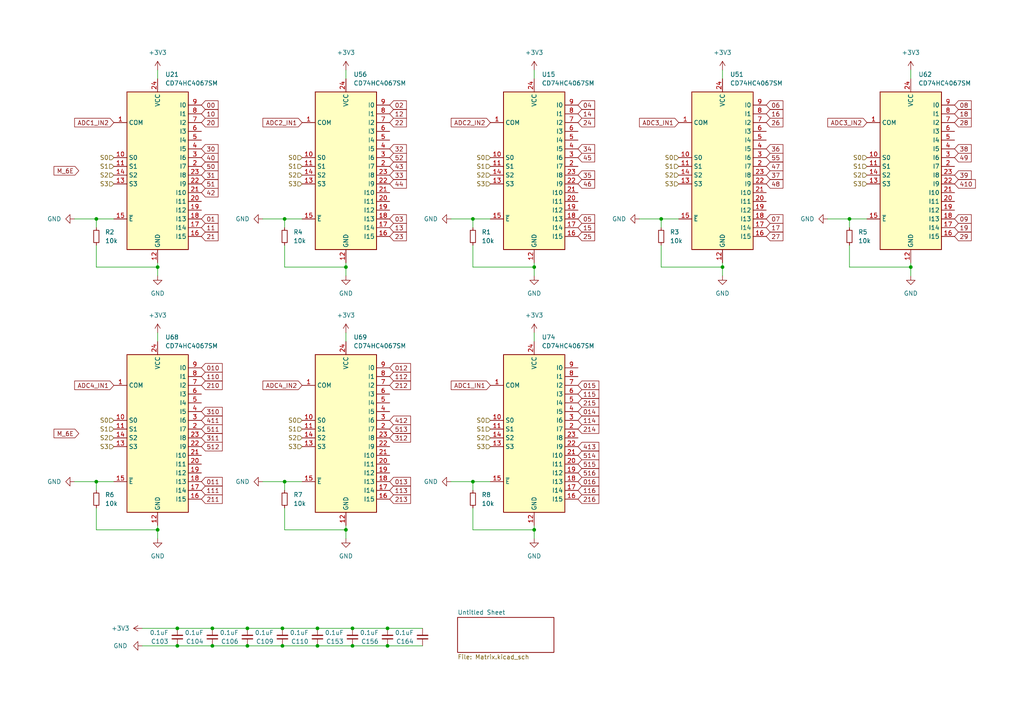
<source format=kicad_sch>
(kicad_sch (version 20231120) (generator "eeschema") (generator_version "8.0")
  (paper "A4")
  (lib_symbols
    (symbol "74xx:CD74HC4067SM"
      (property "Reference" "U" (at -8.89 22.86 0))
      (property "Value" "CD74HC4067SM" (at 1.27 22.86 0))
      (symbol "CD74HC4067SM_0_1"
        (rectangle (start -8.89 21.59) (end 8.89 -24.13) (stroke (width 0.254)) (fill (type background)))
      )
      (symbol "CD74HC4067SM_1_1"
        (pin passive line (at -12.7 12.7 0) (length 3.81) (name "COM") (number "1"))
        (pin input line (at -12.7 2.54 0) (length 3.81) (name "S0") (number "10"))
        (pin input line (at -12.7 0 0) (length 3.81) (name "S1") (number "11"))
        (pin power_in line (at 0 -27.94 90) (length 3.81) (name "GND") (number "12"))
        (pin input line (at -12.7 -5.08 0) (length 3.81) (name "S3") (number "13"))
        (pin input line (at -12.7 -2.54 0) (length 3.81) (name "S2") (number "14"))
        (pin input line (at -12.7 -15.24 0) (length 3.81) (name "~{E}") (number "15"))
        (pin passive line (at 12.7 -20.32 180) (length 3.81) (name "I15") (number "16"))
        (pin passive line (at 12.7 -17.78 180) (length 3.81) (name "I14") (number "17"))
        (pin passive line (at 12.7 -15.24 180) (length 3.81) (name "I13") (number "18"))
        (pin passive line (at 12.7 -12.7 180) (length 3.81) (name "I12") (number "19"))
        (pin passive line (at 12.7 0 180) (length 3.81) (name "I7") (number "2"))
        (pin passive line (at 12.7 -10.16 180) (length 3.81) (name "I11") (number "20"))
        (pin passive line (at 12.7 -7.62 180) (length 3.81) (name "I10") (number "21"))
        (pin passive line (at 12.7 -5.08 180) (length 3.81) (name "I9") (number "22"))
        (pin passive line (at 12.7 -2.54 180) (length 3.81) (name "I8") (number "23"))
        (pin power_in line (at 0 25.4 270) (length 3.81) (name "VCC") (number "24"))
        (pin passive line (at 12.7 2.54 180) (length 3.81) (name "I6") (number "3"))
        (pin passive line (at 12.7 5.08 180) (length 3.81) (name "I5") (number "4"))
        (pin passive line (at 12.7 7.62 180) (length 3.81) (name "I4") (number "5"))
        (pin passive line (at 12.7 10.16 180) (length 3.81) (name "I3") (number "6"))
        (pin passive line (at 12.7 12.7 180) (length 3.81) (name "I2") (number "7"))
        (pin passive line (at 12.7 15.24 180) (length 3.81) (name "I1") (number "8"))
        (pin passive line (at 12.7 17.78 180) (length 3.81) (name "I0") (number "9"))
      )
    )
    (symbol "Device:C_Small" (pin_numbers hide) (pin_names (offset 0.254) hide)
      (property "Reference" "C" (at 0.254 1.778 0))
      (property "Value" "C_Small" (at 0.254 -2.032 0))
      (symbol "C_Small_0_1"
        (polyline (pts (xy -1.524 -0.508) (xy 1.524 -0.508)) (stroke (width 0.3302)))
        (polyline (pts (xy -1.524 0.508) (xy 1.524 0.508)) (stroke (width 0.3048)))
      )
      (symbol "C_Small_1_1"
        (pin passive line (at 0 2.54 270) (length 2.032) (name "~") (number "1"))
        (pin passive line (at 0 -2.54 90) (length 2.032) (name "~") (number "2"))
      )
    )
    (symbol "Device:R_Small" (pin_numbers hide) (pin_names (offset 0.254) hide)
      (property "Reference" "R" (at 0.762 0.508 0))
      (property "Value" "R_Small" (at 0.762 -1.016 0))
      (symbol "R_Small_0_1"
        (rectangle (start -0.762 1.778) (end 0.762 -1.778) (stroke (width 0.2032)))
      )
      (symbol "R_Small_1_1"
        (pin passive line (at 0 2.54 270) (length 0.762) (name "~") (number "1"))
        (pin passive line (at 0 -2.54 90) (length 0.762) (name "~") (number "2"))
      )
    )
    (symbol "power:+3.3V" (power) (pin_names (offset 0))
      (property "Value" "+3.3V" (at 0 3.556 0))
      (symbol "+3.3V_0_1"
        (polyline (pts (xy -0.762 1.27) (xy 0 2.54)))
        (polyline (pts (xy 0 0) (xy 0 2.54)))
        (polyline (pts (xy 0 2.54) (xy 0.762 1.27)))
      )
      (symbol "+3.3V_1_1"
        (pin power_in line (at 0 0 90) (length 0) hide (name "+3V3") (number "1"))
      )
    )
    (symbol "power:+3V3" (power) (pin_names (offset 0))
      (property "Value" "+3V3" (at 0 3.556 0))
      (symbol "+3V3_0_1"
        (polyline (pts (xy -0.762 1.27) (xy 0 2.54)))
        (polyline (pts (xy 0 0) (xy 0 2.54)))
        (polyline (pts (xy 0 2.54) (xy 0.762 1.27)))
      )
      (symbol "+3V3_1_1"
        (pin power_in line (at 0 0 90) (length 0) hide (name "+3V3") (number "1"))
      )
    )
    (symbol "power:GND" (power) (pin_names (offset 0))
      (property "Value" "GND" (at 0 -3.81 0))
      (symbol "GND_0_1"
        (polyline (pts (xy 0 0) (xy 0 -1.27) (xy 1.27 -1.27) (xy 0 -2.54) (xy -1.27 -1.27) (xy 0 -1.27)))
      )
      (symbol "GND_1_1"
        (pin power_in line (at 0 0 270) (length 0) hide (name "GND") (number "1"))
      )
    )
  )
  (junction (at 264.16 77.47))
  (junction (at 154.94 153.67))
  (junction (at 81.915 182.245))
  (junction (at 92.075 187.325))
  (junction (at 27.94 63.5))
  (junction (at 209.55 77.47))
  (junction (at 82.55 63.5))
  (junction (at 82.55 139.7))
  (junction (at 112.395 182.245))
  (junction (at 71.755 182.245))
  (junction (at 137.16 139.7))
  (junction (at 61.595 187.325))
  (junction (at 100.33 153.67))
  (junction (at 246.38 63.5))
  (junction (at 81.915 187.325))
  (junction (at 45.72 77.47))
  (junction (at 154.94 77.47))
  (junction (at 112.395 187.325))
  (junction (at 27.94 139.7))
  (junction (at 61.595 182.245))
  (junction (at 102.235 187.325))
  (junction (at 191.77 63.5))
  (junction (at 51.435 182.245))
  (junction (at 45.72 153.67))
  (junction (at 51.435 187.325))
  (junction (at 71.755 187.325))
  (junction (at 102.235 182.245))
  (junction (at 137.16 63.5))
  (junction (at 92.075 182.245))
  (junction (at 100.33 77.47))
  (wire (pts (xy 100.33 153.67) (xy 100.33 156.21)))
  (wire (pts (xy 81.915 187.325) (xy 92.075 187.325)))
  (wire (pts (xy 137.16 139.7) (xy 137.16 142.24)))
  (wire (pts (xy 27.94 71.12) (xy 27.94 77.47)))
  (wire (pts (xy 45.72 153.67) (xy 45.72 156.21)))
  (wire (pts (xy 51.435 182.245) (xy 61.595 182.245)))
  (wire (pts (xy 61.595 182.245) (xy 71.755 182.245)))
  (wire (pts (xy 82.55 63.5) (xy 82.55 66.04)))
  (wire (pts (xy 137.16 63.5) (xy 142.24 63.5)))
  (wire (pts (xy 100.33 77.47) (xy 100.33 76.2)))
  (wire (pts (xy 27.94 139.7) (xy 33.02 139.7)))
  (wire (pts (xy 45.72 77.47) (xy 45.72 80.01)))
  (wire (pts (xy 191.77 63.5) (xy 191.77 66.04)))
  (wire (pts (xy 100.33 77.47) (xy 100.33 80.01)))
  (wire (pts (xy 27.94 147.32) (xy 27.94 153.67)))
  (wire (pts (xy 191.77 77.47) (xy 209.55 77.47)))
  (wire (pts (xy 264.16 77.47) (xy 264.16 80.01)))
  (wire (pts (xy 92.075 187.325) (xy 102.235 187.325)))
  (wire (pts (xy 82.55 147.32) (xy 82.55 153.67)))
  (wire (pts (xy 130.81 63.5) (xy 137.16 63.5)))
  (wire (pts (xy 246.38 63.5) (xy 251.46 63.5)))
  (wire (pts (xy 100.33 153.67) (xy 100.33 152.4)))
  (wire (pts (xy 27.94 139.7) (xy 27.94 142.24)))
  (wire (pts (xy 240.03 63.5) (xy 246.38 63.5)))
  (wire (pts (xy 264.16 20.32) (xy 264.16 22.86)))
  (wire (pts (xy 82.55 63.5) (xy 87.63 63.5)))
  (wire (pts (xy 51.435 187.325) (xy 61.595 187.325)))
  (wire (pts (xy 41.275 182.245) (xy 51.435 182.245)))
  (wire (pts (xy 137.16 153.67) (xy 154.94 153.67)))
  (wire (pts (xy 21.59 139.7) (xy 27.94 139.7)))
  (wire (pts (xy 61.595 187.325) (xy 71.755 187.325)))
  (wire (pts (xy 209.55 77.47) (xy 209.55 80.01)))
  (wire (pts (xy 71.755 182.245) (xy 81.915 182.245)))
  (wire (pts (xy 246.38 77.47) (xy 264.16 77.47)))
  (wire (pts (xy 137.16 63.5) (xy 137.16 66.04)))
  (wire (pts (xy 27.94 63.5) (xy 27.94 66.04)))
  (wire (pts (xy 137.16 147.32) (xy 137.16 153.67)))
  (wire (pts (xy 154.94 153.67) (xy 154.94 152.4)))
  (wire (pts (xy 82.55 153.67) (xy 100.33 153.67)))
  (wire (pts (xy 154.94 77.47) (xy 154.94 76.2)))
  (wire (pts (xy 45.72 153.67) (xy 45.72 152.4)))
  (wire (pts (xy 45.72 96.52) (xy 45.72 99.06)))
  (wire (pts (xy 209.55 77.47) (xy 209.55 76.2)))
  (wire (pts (xy 82.55 139.7) (xy 82.55 142.24)))
  (wire (pts (xy 154.94 20.32) (xy 154.94 22.86)))
  (wire (pts (xy 82.55 71.12) (xy 82.55 77.47)))
  (wire (pts (xy 137.16 139.7) (xy 142.24 139.7)))
  (wire (pts (xy 76.2 139.7) (xy 82.55 139.7)))
  (wire (pts (xy 82.55 77.47) (xy 100.33 77.47)))
  (wire (pts (xy 209.55 20.32) (xy 209.55 22.86)))
  (wire (pts (xy 45.72 77.47) (xy 45.72 76.2)))
  (wire (pts (xy 154.94 153.67) (xy 154.94 156.21)))
  (wire (pts (xy 27.94 153.67) (xy 45.72 153.67)))
  (wire (pts (xy 21.59 63.5) (xy 27.94 63.5)))
  (wire (pts (xy 100.33 20.32) (xy 100.33 22.86)))
  (wire (pts (xy 246.38 71.12) (xy 246.38 77.47)))
  (wire (pts (xy 154.94 96.52) (xy 154.94 99.06)))
  (wire (pts (xy 45.72 20.32) (xy 45.72 22.86)))
  (wire (pts (xy 27.94 77.47) (xy 45.72 77.47)))
  (wire (pts (xy 92.075 182.245) (xy 102.235 182.245)))
  (wire (pts (xy 41.275 187.325) (xy 51.435 187.325)))
  (wire (pts (xy 130.81 139.7) (xy 137.16 139.7)))
  (wire (pts (xy 191.77 63.5) (xy 196.85 63.5)))
  (wire (pts (xy 27.94 63.5) (xy 33.02 63.5)))
  (wire (pts (xy 112.395 182.245) (xy 122.555 182.245)))
  (wire (pts (xy 81.915 182.245) (xy 92.075 182.245)))
  (wire (pts (xy 112.395 187.325) (xy 122.555 187.325)))
  (wire (pts (xy 185.42 63.5) (xy 191.77 63.5)))
  (wire (pts (xy 154.94 77.47) (xy 154.94 80.01)))
  (wire (pts (xy 76.2 63.5) (xy 82.55 63.5)))
  (wire (pts (xy 191.77 71.12) (xy 191.77 77.47)))
  (wire (pts (xy 102.235 182.245) (xy 112.395 182.245)))
  (wire (pts (xy 137.16 71.12) (xy 137.16 77.47)))
  (wire (pts (xy 82.55 139.7) (xy 87.63 139.7)))
  (wire (pts (xy 100.33 96.52) (xy 100.33 99.06)))
  (wire (pts (xy 264.16 77.47) (xy 264.16 76.2)))
  (wire (pts (xy 246.38 63.5) (xy 246.38 66.04)))
  (wire (pts (xy 137.16 77.47) (xy 154.94 77.47)))
  (wire (pts (xy 71.755 187.325) (xy 81.915 187.325)))
  (wire (pts (xy 102.235 187.325) (xy 112.395 187.325)))
  (global_label "44" (shape input) (at 113.03 53.34 0) (property "Intersheetrefs" "${INTERSHEET_REFS}" (effects (hide yes))))
  (global_label "013" (shape input) (at 113.03 139.7 0) (property "Intersheetrefs" "${INTERSHEET_REFS}" (effects (hide yes))))
  (global_label "ADC3_IN1" (shape input) (at 196.85 35.56 180) (property "Intersheetrefs" "${INTERSHEET_REFS}" (effects (hide yes))))
  (global_label "07" (shape input) (at 222.25 63.5 0) (property "Intersheetrefs" "${INTERSHEET_REFS}" (effects (hide yes))))
  (global_label "311" (shape input) (at 58.42 127 0) (property "Intersheetrefs" "${INTERSHEET_REFS}" (effects (hide yes))))
  (global_label "312" (shape input) (at 113.03 127 0) (property "Intersheetrefs" "${INTERSHEET_REFS}" (effects (hide yes))))
  (global_label "210" (shape input) (at 58.42 111.76 0) (property "Intersheetrefs" "${INTERSHEET_REFS}" (effects (hide yes))))
  (global_label "47" (shape input) (at 222.25 48.26 0) (property "Intersheetrefs" "${INTERSHEET_REFS}" (effects (hide yes))))
  (global_label "24" (shape input) (at 167.64 35.56 0) (property "Intersheetrefs" "${INTERSHEET_REFS}" (effects (hide yes))))
  (global_label "011" (shape input) (at 58.42 139.7 0) (property "Intersheetrefs" "${INTERSHEET_REFS}" (effects (hide yes))))
  (global_label "46" (shape input) (at 167.64 53.34 0) (property "Intersheetrefs" "${INTERSHEET_REFS}" (effects (hide yes))))
  (global_label "35" (shape input) (at 167.64 50.8 0) (property "Intersheetrefs" "${INTERSHEET_REFS}" (effects (hide yes))))
  (global_label "M_6E" (shape input) (at 22.86 49.53 180) (property "Intersheetrefs" "${INTERSHEET_REFS}" (effects (hide yes))))
  (global_label "55" (shape input) (at 222.25 45.72 0) (property "Intersheetrefs" "${INTERSHEET_REFS}" (effects (hide yes))))
  (global_label "25" (shape input) (at 167.64 68.58 0) (property "Intersheetrefs" "${INTERSHEET_REFS}" (effects (hide yes))))
  (global_label "15" (shape input) (at 167.64 66.04 0) (property "Intersheetrefs" "${INTERSHEET_REFS}" (effects (hide yes))))
  (global_label "27" (shape input) (at 222.25 68.58 0) (property "Intersheetrefs" "${INTERSHEET_REFS}" (effects (hide yes))))
  (global_label "40" (shape input) (at 58.42 45.72 0) (property "Intersheetrefs" "${INTERSHEET_REFS}" (effects (hide yes))))
  (global_label "10" (shape input) (at 58.42 33.02 0) (property "Intersheetrefs" "${INTERSHEET_REFS}" (effects (hide yes))))
  (global_label "112" (shape input) (at 113.03 109.22 0) (property "Intersheetrefs" "${INTERSHEET_REFS}" (effects (hide yes))))
  (global_label "34" (shape input) (at 167.64 43.18 0) (property "Intersheetrefs" "${INTERSHEET_REFS}" (effects (hide yes))))
  (global_label "08" (shape input) (at 276.86 30.48 0) (property "Intersheetrefs" "${INTERSHEET_REFS}" (effects (hide yes))))
  (global_label "010" (shape input) (at 58.42 106.68 0) (property "Intersheetrefs" "${INTERSHEET_REFS}" (effects (hide yes))))
  (global_label "03" (shape input) (at 113.03 63.5 0) (property "Intersheetrefs" "${INTERSHEET_REFS}" (effects (hide yes))))
  (global_label "014" (shape input) (at 167.64 119.38 0) (property "Intersheetrefs" "${INTERSHEET_REFS}" (effects (hide yes))))
  (global_label "11" (shape input) (at 58.42 66.04 0) (property "Intersheetrefs" "${INTERSHEET_REFS}" (effects (hide yes))))
  (global_label "36" (shape input) (at 222.25 43.18 0) (property "Intersheetrefs" "${INTERSHEET_REFS}" (effects (hide yes))))
  (global_label "49" (shape input) (at 276.86 45.72 0) (property "Intersheetrefs" "${INTERSHEET_REFS}" (effects (hide yes))))
  (global_label "37" (shape input) (at 222.25 50.8 0) (property "Intersheetrefs" "${INTERSHEET_REFS}" (effects (hide yes))))
  (global_label "12" (shape input) (at 113.03 33.02 0) (property "Intersheetrefs" "${INTERSHEET_REFS}" (effects (hide yes))))
  (global_label "42" (shape input) (at 58.42 55.88 0) (property "Intersheetrefs" "${INTERSHEET_REFS}" (effects (hide yes))))
  (global_label "ADC4_IN2" (shape input) (at 87.63 111.76 180) (property "Intersheetrefs" "${INTERSHEET_REFS}" (effects (hide yes))))
  (global_label "00" (shape input) (at 58.42 30.48 0) (property "Intersheetrefs" "${INTERSHEET_REFS}" (effects (hide yes))))
  (global_label "02" (shape input) (at 113.03 30.48 0) (property "Intersheetrefs" "${INTERSHEET_REFS}" (effects (hide yes))))
  (global_label "ADC1_IN2" (shape input) (at 33.02 35.56 180) (property "Intersheetrefs" "${INTERSHEET_REFS}" (effects (hide yes))))
  (global_label "38" (shape input) (at 276.86 43.18 0) (property "Intersheetrefs" "${INTERSHEET_REFS}" (effects (hide yes))))
  (global_label "16" (shape input) (at 222.25 33.02 0) (property "Intersheetrefs" "${INTERSHEET_REFS}" (effects (hide yes))))
  (global_label "513" (shape input) (at 113.03 124.46 0) (property "Intersheetrefs" "${INTERSHEET_REFS}" (effects (hide yes))))
  (global_label "52" (shape input) (at 113.03 45.72 0) (property "Intersheetrefs" "${INTERSHEET_REFS}" (effects (hide yes))))
  (global_label "ADC2_IN2" (shape input) (at 142.24 35.56 180) (property "Intersheetrefs" "${INTERSHEET_REFS}" (effects (hide yes))))
  (global_label "50" (shape input) (at 58.42 48.26 0) (property "Intersheetrefs" "${INTERSHEET_REFS}" (effects (hide yes))))
  (global_label "28" (shape input) (at 276.86 35.56 0) (property "Intersheetrefs" "${INTERSHEET_REFS}" (effects (hide yes))))
  (global_label "31" (shape input) (at 58.42 50.8 0) (property "Intersheetrefs" "${INTERSHEET_REFS}" (effects (hide yes))))
  (global_label "411" (shape input) (at 58.42 121.92 0) (property "Intersheetrefs" "${INTERSHEET_REFS}" (effects (hide yes))))
  (global_label "516" (shape input) (at 167.64 137.16 0) (property "Intersheetrefs" "${INTERSHEET_REFS}" (effects (hide yes))))
  (global_label "09" (shape input) (at 276.86 63.5 0) (property "Intersheetrefs" "${INTERSHEET_REFS}" (effects (hide yes))))
  (global_label "213" (shape input) (at 113.03 144.78 0) (property "Intersheetrefs" "${INTERSHEET_REFS}" (effects (hide yes))))
  (global_label "48" (shape input) (at 222.25 53.34 0) (property "Intersheetrefs" "${INTERSHEET_REFS}" (effects (hide yes))))
  (global_label "ADC4_IN1" (shape input) (at 33.02 111.76 180) (property "Intersheetrefs" "${INTERSHEET_REFS}" (effects (hide yes))))
  (global_label "14" (shape input) (at 167.64 33.02 0) (property "Intersheetrefs" "${INTERSHEET_REFS}" (effects (hide yes))))
  (global_label "17" (shape input) (at 222.25 66.04 0) (property "Intersheetrefs" "${INTERSHEET_REFS}" (effects (hide yes))))
  (global_label "214" (shape input) (at 167.64 124.46 0) (property "Intersheetrefs" "${INTERSHEET_REFS}" (effects (hide yes))))
  (global_label "215" (shape input) (at 167.64 116.84 0) (property "Intersheetrefs" "${INTERSHEET_REFS}" (effects (hide yes))))
  (global_label "412" (shape input) (at 113.03 121.92 0) (property "Intersheetrefs" "${INTERSHEET_REFS}" (effects (hide yes))))
  (global_label "ADC1_IN1" (shape input) (at 142.24 111.76 180) (property "Intersheetrefs" "${INTERSHEET_REFS}" (effects (hide yes))))
  (global_label "06" (shape input) (at 222.25 30.48 0) (property "Intersheetrefs" "${INTERSHEET_REFS}" (effects (hide yes))))
  (global_label "413" (shape input) (at 167.64 129.54 0) (property "Intersheetrefs" "${INTERSHEET_REFS}" (effects (hide yes))))
  (global_label "43" (shape input) (at 113.03 48.26 0) (property "Intersheetrefs" "${INTERSHEET_REFS}" (effects (hide yes))))
  (global_label "45" (shape input) (at 167.64 45.72 0) (property "Intersheetrefs" "${INTERSHEET_REFS}" (effects (hide yes))))
  (global_label "29" (shape input) (at 276.86 68.58 0) (property "Intersheetrefs" "${INTERSHEET_REFS}" (effects (hide yes))))
  (global_label "M_6E" (shape input) (at 22.86 125.73 180) (property "Intersheetrefs" "${INTERSHEET_REFS}" (effects (hide yes))))
  (global_label "515" (shape input) (at 167.64 134.62 0) (property "Intersheetrefs" "${INTERSHEET_REFS}" (effects (hide yes))))
  (global_label "016" (shape input) (at 167.64 139.7 0) (property "Intersheetrefs" "${INTERSHEET_REFS}" (effects (hide yes))))
  (global_label "511" (shape input) (at 58.42 124.46 0) (property "Intersheetrefs" "${INTERSHEET_REFS}" (effects (hide yes))))
  (global_label "20" (shape input) (at 58.42 35.56 0) (property "Intersheetrefs" "${INTERSHEET_REFS}" (effects (hide yes))))
  (global_label "21" (shape input) (at 58.42 68.58 0) (property "Intersheetrefs" "${INTERSHEET_REFS}" (effects (hide yes))))
  (global_label "05" (shape input) (at 167.64 63.5 0) (property "Intersheetrefs" "${INTERSHEET_REFS}" (effects (hide yes))))
  (global_label "212" (shape input) (at 113.03 111.76 0) (property "Intersheetrefs" "${INTERSHEET_REFS}" (effects (hide yes))))
  (global_label "33" (shape input) (at 113.03 50.8 0) (property "Intersheetrefs" "${INTERSHEET_REFS}" (effects (hide yes))))
  (global_label "111" (shape input) (at 58.42 142.24 0) (property "Intersheetrefs" "${INTERSHEET_REFS}" (effects (hide yes))))
  (global_label "216" (shape input) (at 167.64 144.78 0) (property "Intersheetrefs" "${INTERSHEET_REFS}" (effects (hide yes))))
  (global_label "39" (shape input) (at 276.86 50.8 0) (property "Intersheetrefs" "${INTERSHEET_REFS}" (effects (hide yes))))
  (global_label "30" (shape input) (at 58.42 43.18 0) (property "Intersheetrefs" "${INTERSHEET_REFS}" (effects (hide yes))))
  (global_label "012" (shape input) (at 113.03 106.68 0) (property "Intersheetrefs" "${INTERSHEET_REFS}" (effects (hide yes))))
  (global_label "51" (shape input) (at 58.42 53.34 0) (property "Intersheetrefs" "${INTERSHEET_REFS}" (effects (hide yes))))
  (global_label "26" (shape input) (at 222.25 35.56 0) (property "Intersheetrefs" "${INTERSHEET_REFS}" (effects (hide yes))))
  (global_label "18" (shape input) (at 276.86 33.02 0) (property "Intersheetrefs" "${INTERSHEET_REFS}" (effects (hide yes))))
  (global_label "514" (shape input) (at 167.64 132.08 0) (property "Intersheetrefs" "${INTERSHEET_REFS}" (effects (hide yes))))
  (global_label "ADC2_IN1" (shape input) (at 87.63 35.56 180) (property "Intersheetrefs" "${INTERSHEET_REFS}" (effects (hide yes))))
  (global_label "410" (shape input) (at 276.86 53.34 0) (property "Intersheetrefs" "${INTERSHEET_REFS}" (effects (hide yes))))
  (global_label "04" (shape input) (at 167.64 30.48 0) (property "Intersheetrefs" "${INTERSHEET_REFS}" (effects (hide yes))))
  (global_label "32" (shape input) (at 113.03 43.18 0) (property "Intersheetrefs" "${INTERSHEET_REFS}" (effects (hide yes))))
  (global_label "23" (shape input) (at 113.03 68.58 0) (property "Intersheetrefs" "${INTERSHEET_REFS}" (effects (hide yes))))
  (global_label "310" (shape input) (at 58.42 119.38 0) (property "Intersheetrefs" "${INTERSHEET_REFS}" (effects (hide yes))))
  (global_label "015" (shape input) (at 167.64 111.76 0) (property "Intersheetrefs" "${INTERSHEET_REFS}" (effects (hide yes))))
  (global_label "22" (shape input) (at 113.03 35.56 0) (property "Intersheetrefs" "${INTERSHEET_REFS}" (effects (hide yes))))
  (global_label "115" (shape input) (at 167.64 114.3 0) (property "Intersheetrefs" "${INTERSHEET_REFS}" (effects (hide yes))))
  (global_label "116" (shape input) (at 167.64 142.24 0) (property "Intersheetrefs" "${INTERSHEET_REFS}" (effects (hide yes))))
  (global_label "512" (shape input) (at 58.42 129.54 0) (property "Intersheetrefs" "${INTERSHEET_REFS}" (effects (hide yes))))
  (global_label "19" (shape input) (at 276.86 66.04 0) (property "Intersheetrefs" "${INTERSHEET_REFS}" (effects (hide yes))))
  (global_label "211" (shape input) (at 58.42 144.78 0) (property "Intersheetrefs" "${INTERSHEET_REFS}" (effects (hide yes))))
  (global_label "113" (shape input) (at 113.03 142.24 0) (property "Intersheetrefs" "${INTERSHEET_REFS}" (effects (hide yes))))
  (global_label "ADC3_IN2" (shape input) (at 251.46 35.56 180) (property "Intersheetrefs" "${INTERSHEET_REFS}" (effects (hide yes))))
  (global_label "110" (shape input) (at 58.42 109.22 0) (property "Intersheetrefs" "${INTERSHEET_REFS}" (effects (hide yes))))
  (global_label "01" (shape input) (at 58.42 63.5 0) (property "Intersheetrefs" "${INTERSHEET_REFS}" (effects (hide yes))))
  (global_label "13" (shape input) (at 113.03 66.04 0) (property "Intersheetrefs" "${INTERSHEET_REFS}" (effects (hide yes))))
  (global_label "114" (shape input) (at 167.64 121.92 0) (property "Intersheetrefs" "${INTERSHEET_REFS}" (effects (hide yes))))
  (hierarchical_label "S2" (shape input) (at 33.02 50.8 180))
  (hierarchical_label "S3" (shape input) (at 33.02 129.54 180))
  (hierarchical_label "S3" (shape input) (at 33.02 53.34 180))
  (hierarchical_label "S0" (shape input) (at 33.02 45.72 180))
  (hierarchical_label "S2" (shape input) (at 87.63 50.8 180))
  (hierarchical_label "S1" (shape input) (at 196.85 48.26 180))
  (hierarchical_label "S0" (shape input) (at 196.85 45.72 180))
  (hierarchical_label "S1" (shape input) (at 142.24 48.26 180))
  (hierarchical_label "S3" (shape input) (at 142.24 53.34 180))
  (hierarchical_label "S1" (shape input) (at 33.02 48.26 180))
  (hierarchical_label "S1" (shape input) (at 87.63 48.26 180))
  (hierarchical_label "S2" (shape input) (at 142.24 50.8 180))
  (hierarchical_label "S0" (shape input) (at 142.24 121.92 180))
  (hierarchical_label "S1" (shape input) (at 142.24 124.46 180))
  (hierarchical_label "S0" (shape input) (at 33.02 121.92 180))
  (hierarchical_label "S2" (shape input) (at 87.63 127 180))
  (hierarchical_label "S0" (shape input) (at 87.63 121.92 180))
  (hierarchical_label "S2" (shape input) (at 142.24 127 180))
  (hierarchical_label "S1" (shape input) (at 251.46 48.26 180))
  (hierarchical_label "S1" (shape input) (at 33.02 124.46 180))
  (hierarchical_label "S0" (shape input) (at 251.46 45.72 180))
  (hierarchical_label "S3" (shape input) (at 142.24 129.54 180))
  (hierarchical_label "S2" (shape input) (at 33.02 127 180))
  (hierarchical_label "S0" (shape input) (at 142.24 45.72 180))
  (hierarchical_label "S0" (shape input) (at 87.63 45.72 180))
  (hierarchical_label "S3" (shape input) (at 196.85 53.34 180))
  (hierarchical_label "S3" (shape input) (at 87.63 53.34 180))
  (hierarchical_label "S1" (shape input) (at 87.63 124.46 180))
  (hierarchical_label "S2" (shape input) (at 251.46 50.8 180))
  (hierarchical_label "S3" (shape input) (at 251.46 53.34 180))
  (hierarchical_label "S2" (shape input) (at 196.85 50.8 180))
  (hierarchical_label "S3" (shape input) (at 87.63 129.54 180))
  (symbol (lib_id "power:GND") (at 41.275 187.325 270) (unit 1)
    (property "Reference" "#PWR0132" (effects (hide yes)))
    (property "Value" "GND" (at 34.925 187.325 90))
  )
  (symbol (lib_id "power:+3.3V") (at 264.16 20.32 0) (unit 1)
    (property "Reference" "#PWR0286" (effects (hide yes)))
    (property "Value" "+3V3" (at 264.16 15.24 0))
  )
  (symbol (lib_id "power:GND") (at 21.59 139.7 270) (unit 1)
    (property "Reference" "#PWR0292" (effects (hide yes)))
    (property "Value" "GND" (at 17.78 139.7 90) (effects (justify right)))
  )
  (symbol (lib_id "Device:C_Small") (at 122.555 184.785 180) (unit 1)
    (property "Reference" "C164" (at 120.015 186.0488 0) (effects (justify left)))
    (property "Value" "0.1uF" (at 120.015 183.5088 0) (effects (justify left)))
    (property "Footprint" "Common_Footprint:C_0402" (effects (hide yes)))
  )
  (symbol (lib_id "74xx:CD74HC4067SM") (at 100.33 48.26 0) (unit 1)
    (property "Reference" "U56" (at 102.5241 21.59 0) (effects (justify left)))
    (property "Value" "CD74HC4067SM" (at 102.5241 24.13 0) (effects (justify left)))
    (property "Footprint" "Package_SO:TSSOP-24_4.4x7.8mm_P0.65mm" (effects (hide yes)))
    (property "Datasheet" "http://www.ti.com/lit/ds/symlink/cd74hc4067.pdf" (effects (hide yes)))
  )
  (symbol (lib_id "power:GND") (at 100.33 156.21 0) (unit 1)
    (property "Reference" "#PWR0299" (effects (hide yes)))
    (property "Value" "GND" (at 100.33 161.29 0))
  )
  (symbol (lib_id "74xx:CD74HC4067SM") (at 154.94 48.26 0) (unit 1)
    (property "Reference" "U15" (at 157.1341 21.59 0) (effects (justify left)))
    (property "Value" "CD74HC4067SM" (at 157.1341 24.13 0) (effects (justify left)))
    (property "Footprint" "Package_SO:TSSOP-24_4.4x7.8mm_P0.65mm" (effects (hide yes)))
    (property "Datasheet" "http://www.ti.com/lit/ds/symlink/cd74hc4067.pdf" (effects (hide yes)))
  )
  (symbol (lib_id "Device:R_Small") (at 82.55 68.58 0) (unit 1)
    (property "Reference" "R4" (at 85.09 67.31 0) (effects (justify left)))
    (property "Value" "10k" (at 85.09 69.85 0) (effects (justify left)))
    (property "Footprint" "sanproject-keyboard-part:R_0402" (effects (hide yes)))
  )
  (symbol (lib_id "power:GND") (at 209.55 80.01 0) (unit 1)
    (property "Reference" "#PWR0279" (effects (hide yes)))
    (property "Value" "GND" (at 209.55 85.09 0))
  )
  (symbol (lib_id "power:+3.3V") (at 100.33 20.32 0) (unit 1)
    (property "Reference" "#PWR0282" (effects (hide yes)))
    (property "Value" "+3V3" (at 100.33 15.24 0))
  )
  (symbol (lib_id "Device:R_Small") (at 246.38 68.58 0) (unit 1)
    (property "Reference" "R5" (at 248.92 67.31 0) (effects (justify left)))
    (property "Value" "10k" (at 248.92 69.85 0) (effects (justify left)))
    (property "Footprint" "sanproject-keyboard-part:R_0402" (effects (hide yes)))
  )
  (symbol (lib_id "Device:C_Small") (at 102.235 184.785 180) (unit 1)
    (property "Reference" "C153" (at 99.695 186.0488 0) (effects (justify left)))
    (property "Value" "0.1uF" (at 99.695 183.5088 0) (effects (justify left)))
    (property "Footprint" "Common_Footprint:C_0402" (effects (hide yes)))
  )
  (symbol (lib_id "74xx:CD74HC4067SM") (at 209.55 48.26 0) (unit 1)
    (property "Reference" "U51" (at 211.7441 21.59 0) (effects (justify left)))
    (property "Value" "CD74HC4067SM" (at 211.7441 24.13 0) (effects (justify left)))
    (property "Footprint" "Package_SO:TSSOP-24_4.4x7.8mm_P0.65mm" (effects (hide yes)))
    (property "Datasheet" "http://www.ti.com/lit/ds/symlink/cd74hc4067.pdf" (effects (hide yes)))
  )
  (symbol (lib_id "power:+3V3") (at 41.275 182.245 90) (unit 1)
    (property "Reference" "#PWR073" (effects (hide yes)))
    (property "Value" "+3V3" (at 34.925 182.245 90))
  )
  (symbol (lib_id "power:+3.3V") (at 45.72 20.32 0) (unit 1)
    (property "Reference" "#PWR0275" (effects (hide yes)))
    (property "Value" "+3V3" (at 45.72 15.24 0))
  )
  (symbol (lib_id "power:GND") (at 240.03 63.5 270) (unit 1)
    (property "Reference" "#PWR0281" (effects (hide yes)))
    (property "Value" "GND" (at 236.22 63.5 90) (effects (justify right)))
  )
  (symbol (lib_id "power:GND") (at 45.72 156.21 0) (unit 1)
    (property "Reference" "#PWR0296" (effects (hide yes)))
    (property "Value" "GND" (at 45.72 161.29 0))
  )
  (symbol (lib_id "power:+3.3V") (at 154.94 20.32 0) (unit 1)
    (property "Reference" "#PWR0187" (effects (hide yes)))
    (property "Value" "+3V3" (at 154.94 15.24 0))
  )
  (symbol (lib_id "Device:C_Small") (at 81.915 184.785 180) (unit 1)
    (property "Reference" "C109" (at 79.375 186.0488 0) (effects (justify left)))
    (property "Value" "0.1uF" (at 79.375 183.5088 0) (effects (justify left)))
    (property "Footprint" "Common_Footprint:C_0402" (effects (hide yes)))
  )
  (symbol (lib_id "power:GND") (at 154.94 80.01 0) (unit 1)
    (property "Reference" "#PWR0210" (effects (hide yes)))
    (property "Value" "GND" (at 154.94 85.09 0))
  )
  (symbol (lib_id "74xx:CD74HC4067SM") (at 264.16 48.26 0) (unit 1)
    (property "Reference" "U62" (at 266.3541 21.59 0) (effects (justify left)))
    (property "Value" "CD74HC4067SM" (at 266.3541 24.13 0) (effects (justify left)))
    (property "Footprint" "Package_SO:TSSOP-24_4.4x7.8mm_P0.65mm" (effects (hide yes)))
    (property "Datasheet" "http://www.ti.com/lit/ds/symlink/cd74hc4067.pdf" (effects (hide yes)))
  )
  (symbol (lib_id "power:GND") (at 76.2 63.5 270) (unit 1)
    (property "Reference" "#PWR0280" (effects (hide yes)))
    (property "Value" "GND" (at 72.39 63.5 90) (effects (justify right)))
  )
  (symbol (lib_id "Device:R_Small") (at 191.77 68.58 0) (unit 1)
    (property "Reference" "R3" (at 194.31 67.31 0) (effects (justify left)))
    (property "Value" "10k" (at 194.31 69.85 0) (effects (justify left)))
    (property "Footprint" "sanproject-keyboard-part:R_0402" (effects (hide yes)))
  )
  (symbol (lib_id "Device:R_Small") (at 137.16 144.78 0) (unit 1)
    (property "Reference" "R8" (at 139.7 143.51 0) (effects (justify left)))
    (property "Value" "10k" (at 139.7 146.05 0) (effects (justify left)))
    (property "Footprint" "sanproject-keyboard-part:R_0402" (effects (hide yes)))
  )
  (symbol (lib_id "power:GND") (at 100.33 80.01 0) (unit 1)
    (property "Reference" "#PWR0283" (effects (hide yes)))
    (property "Value" "GND" (at 100.33 85.09 0))
  )
  (symbol (lib_id "74xx:CD74HC4067SM") (at 45.72 124.46 0) (unit 1)
    (property "Reference" "U68" (at 47.9141 97.79 0) (effects (justify left)))
    (property "Value" "CD74HC4067SM" (at 47.9141 100.33 0) (effects (justify left)))
    (property "Footprint" "Package_SO:TSSOP-24_4.4x7.8mm_P0.65mm" (effects (hide yes)))
    (property "Datasheet" "http://www.ti.com/lit/ds/symlink/cd74hc4067.pdf" (effects (hide yes)))
  )
  (symbol (lib_id "74xx:CD74HC4067SM") (at 154.94 124.46 0) (unit 1)
    (property "Reference" "U74" (at 157.1341 97.79 0) (effects (justify left)))
    (property "Value" "CD74HC4067SM" (at 157.1341 100.33 0) (effects (justify left)))
    (property "Footprint" "Package_SO:TSSOP-24_4.4x7.8mm_P0.65mm" (effects (hide yes)))
    (property "Datasheet" "http://www.ti.com/lit/ds/symlink/cd74hc4067.pdf" (effects (hide yes)))
  )
  (symbol (lib_id "power:GND") (at 185.42 63.5 270) (unit 1)
    (property "Reference" "#PWR0271" (effects (hide yes)))
    (property "Value" "GND" (at 181.61 63.5 90) (effects (justify right)))
  )
  (symbol (lib_id "Device:C_Small") (at 112.395 184.785 180) (unit 1)
    (property "Reference" "C156" (at 109.855 186.0488 0) (effects (justify left)))
    (property "Value" "0.1uF" (at 109.855 183.5088 0) (effects (justify left)))
    (property "Footprint" "Common_Footprint:C_0402" (effects (hide yes)))
  )
  (symbol (lib_id "power:GND") (at 130.81 63.5 270) (unit 1)
    (property "Reference" "#PWR0133" (effects (hide yes)))
    (property "Value" "GND" (at 127 63.5 90) (effects (justify right)))
  )
  (symbol (lib_id "power:GND") (at 21.59 63.5 270) (unit 1)
    (property "Reference" "#PWR0211" (effects (hide yes)))
    (property "Value" "GND" (at 17.78 63.5 90) (effects (justify right)))
  )
  (symbol (lib_id "power:+3.3V") (at 154.94 96.52 0) (unit 1)
    (property "Reference" "#PWR0301" (effects (hide yes)))
    (property "Value" "+3V3" (at 154.94 91.44 0))
  )
  (symbol (lib_id "74xx:CD74HC4067SM") (at 45.72 48.26 0) (unit 1)
    (property "Reference" "U21" (at 47.9141 21.59 0) (effects (justify left)))
    (property "Value" "CD74HC4067SM" (at 47.9141 24.13 0) (effects (justify left)))
    (property "Footprint" "Package_SO:TSSOP-24_4.4x7.8mm_P0.65mm" (effects (hide yes)))
    (property "Datasheet" "http://www.ti.com/lit/ds/symlink/cd74hc4067.pdf" (effects (hide yes)))
  )
  (symbol (lib_id "power:GND") (at 76.2 139.7 270) (unit 1)
    (property "Reference" "#PWR0297" (effects (hide yes)))
    (property "Value" "GND" (at 72.39 139.7 90) (effects (justify right)))
  )
  (symbol (lib_id "Device:C_Small") (at 92.075 184.785 180) (unit 1)
    (property "Reference" "C110" (at 89.535 186.0488 0) (effects (justify left)))
    (property "Value" "0.1uF" (at 89.535 183.5088 0) (effects (justify left)))
    (property "Footprint" "Common_Footprint:C_0402" (effects (hide yes)))
  )
  (symbol (lib_id "power:GND") (at 154.94 156.21 0) (unit 1)
    (property "Reference" "#PWR0302" (effects (hide yes)))
    (property "Value" "GND" (at 154.94 161.29 0))
  )
  (symbol (lib_id "Device:C_Small") (at 51.435 184.785 180) (unit 1)
    (property "Reference" "C103" (at 48.895 186.0488 0) (effects (justify left)))
    (property "Value" "0.1uF" (at 48.895 183.5088 0) (effects (justify left)))
    (property "Footprint" "Common_Footprint:C_0402" (effects (hide yes)))
  )
  (symbol (lib_id "power:+3.3V") (at 45.72 96.52 0) (unit 1)
    (property "Reference" "#PWR0295" (effects (hide yes)))
    (property "Value" "+3V3" (at 45.72 91.44 0))
  )
  (symbol (lib_id "Device:R_Small") (at 137.16 68.58 0) (unit 1)
    (property "Reference" "R1" (at 139.7 67.31 0) (effects (justify left)))
    (property "Value" "10k" (at 139.7 69.85 0) (effects (justify left)))
    (property "Footprint" "sanproject-keyboard-part:R_0402" (effects (hide yes)))
  )
  (symbol (lib_id "power:+3.3V") (at 100.33 96.52 0) (unit 1)
    (property "Reference" "#PWR0298" (effects (hide yes)))
    (property "Value" "+3V3" (at 100.33 91.44 0))
  )
  (symbol (lib_id "power:GND") (at 264.16 80.01 0) (unit 1)
    (property "Reference" "#PWR0289" (effects (hide yes)))
    (property "Value" "GND" (at 264.16 85.09 0))
  )
  (symbol (lib_id "Device:C_Small") (at 61.595 184.785 180) (unit 1)
    (property "Reference" "C104" (at 59.055 186.0488 0) (effects (justify left)))
    (property "Value" "0.1uF" (at 59.055 183.5088 0) (effects (justify left)))
    (property "Footprint" "Common_Footprint:C_0402" (effects (hide yes)))
  )
  (symbol (lib_id "74xx:CD74HC4067SM") (at 100.33 124.46 0) (unit 1)
    (property "Reference" "U69" (at 102.5241 97.79 0) (effects (justify left)))
    (property "Value" "CD74HC4067SM" (at 102.5241 100.33 0) (effects (justify left)))
    (property "Footprint" "Package_SO:TSSOP-24_4.4x7.8mm_P0.65mm" (effects (hide yes)))
    (property "Datasheet" "http://www.ti.com/lit/ds/symlink/cd74hc4067.pdf" (effects (hide yes)))
  )
  (symbol (lib_id "Device:R_Small") (at 82.55 144.78 0) (unit 1)
    (property "Reference" "R7" (at 85.09 143.51 0) (effects (justify left)))
    (property "Value" "10k" (at 85.09 146.05 0) (effects (justify left)))
    (property "Footprint" "sanproject-keyboard-part:R_0402" (effects (hide yes)))
  )
  (symbol (lib_id "Device:R_Small") (at 27.94 68.58 0) (unit 1)
    (property "Reference" "R2" (at 30.48 67.31 0) (effects (justify left)))
    (property "Value" "10k" (at 30.48 69.85 0) (effects (justify left)))
    (property "Footprint" "sanproject-keyboard-part:R_0402" (effects (hide yes)))
  )
  (symbol (lib_id "Device:R_Small") (at 27.94 144.78 0) (unit 1)
    (property "Reference" "R6" (at 30.48 143.51 0) (effects (justify left)))
    (property "Value" "10k" (at 30.48 146.05 0) (effects (justify left)))
    (property "Footprint" "sanproject-keyboard-part:R_0402" (effects (hide yes)))
  )
  (symbol (lib_id "power:GND") (at 130.81 139.7 270) (unit 1)
    (property "Reference" "#PWR0300" (effects (hide yes)))
    (property "Value" "GND" (at 127 139.7 90) (effects (justify right)))
  )
  (symbol (lib_id "Device:C_Small") (at 71.755 184.785 180) (unit 1)
    (property "Reference" "C106" (at 69.215 186.0488 0) (effects (justify left)))
    (property "Value" "0.1uF" (at 69.215 183.5088 0) (effects (justify left)))
    (property "Footprint" "Common_Footprint:C_0402" (effects (hide yes)))
  )
  (symbol (lib_id "power:+3.3V") (at 209.55 20.32 0) (unit 1)
    (property "Reference" "#PWR0277" (effects (hide yes)))
    (property "Value" "+3V3" (at 209.55 15.24 0))
  )
  (symbol (lib_id "power:GND") (at 45.72 80.01 0) (unit 1)
    (property "Reference" "#PWR0276" (effects (hide yes)))
    (property "Value" "GND" (at 45.72 85.09 0))
  )
  (sheet (at 132.715 179.07) (size 27.94 10.16) (stroke (width 0.1524))
    (property "Sheetname" "Untitled Sheet" (at 132.715 178.3584 0) (effects (justify left bottom)))
    (property "Sheetfile" "Matrix.kicad_sch" (at 132.715 189.8146 0) (effects (justify left top)))
  )
)
</source>
